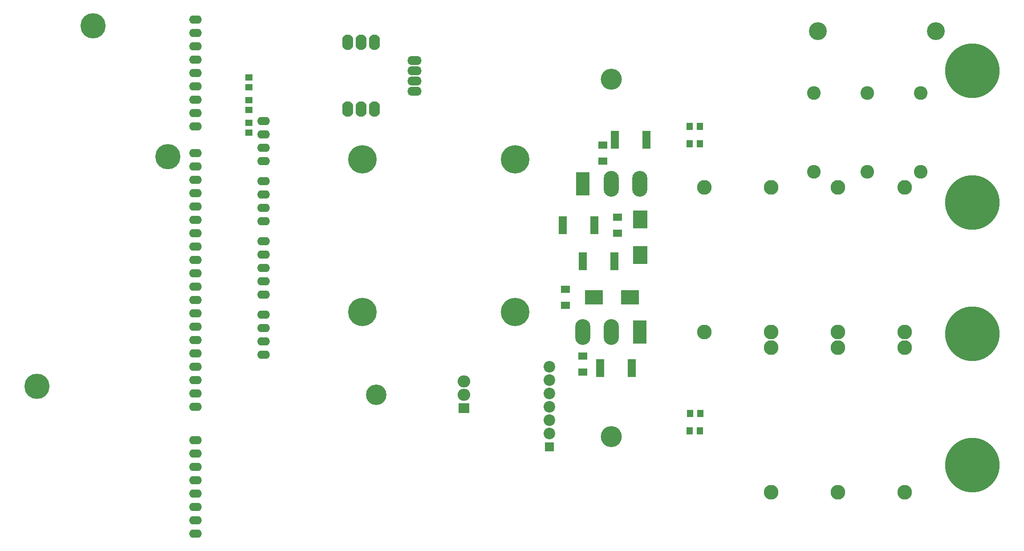
<source format=gbr>
G04 #@! TF.GenerationSoftware,KiCad,Pcbnew,(5.0.0-rc2-39-ga12b9db58)*
G04 #@! TF.CreationDate,2018-05-30T01:03:46-03:00*
G04 #@! TF.ProjectId,Mcc18,4D636331382E6B696361645F70636200,rev?*
G04 #@! TF.SameCoordinates,PX2fb84f0PY2607d70*
G04 #@! TF.FileFunction,Soldermask,Top*
G04 #@! TF.FilePolarity,Negative*
%FSLAX46Y46*%
G04 Gerber Fmt 4.6, Leading zero omitted, Abs format (unit mm)*
G04 Created by KiCad (PCBNEW (5.0.0-rc2-39-ga12b9db58)) date Wed May 30 01:03:46 2018*
%MOMM*%
%LPD*%
G01*
G04 APERTURE LIST*
%ADD10O,2.100000X2.940000*%
%ADD11O,2.700000X1.700000*%
%ADD12O,2.400000X1.600000*%
%ADD13R,1.295000X1.400000*%
%ADD14O,4.000000X4.000000*%
%ADD15R,2.500000X4.500000*%
%ADD16O,2.900000X4.900000*%
%ADD17C,2.200000*%
%ADD18R,1.800000X1.800000*%
%ADD19C,5.400000*%
%ADD20C,4.800000*%
%ADD21R,1.800000X1.395000*%
%ADD22O,2.400000X2.305000*%
%ADD23R,2.000000X1.905000*%
%ADD24O,3.900000X3.900000*%
%ADD25C,2.600000*%
%ADD26R,3.500000X2.700000*%
%ADD27R,2.700000X3.500000*%
%ADD28R,1.400000X1.295000*%
%ADD29R,1.495000X3.400000*%
%ADD30C,2.800000*%
%ADD31C,10.400000*%
%ADD32C,3.400000*%
G04 APERTURE END LIST*
D10*
G04 #@! TO.C,U1*
X73914000Y-9652000D03*
X71374000Y-9652000D03*
X76454000Y-9652000D03*
D11*
X84074000Y-18948400D03*
X84074000Y-17018000D03*
X84074000Y-15087600D03*
X84074000Y-13157200D03*
D10*
X76454000Y-22352000D03*
X71374000Y-22352000D03*
X73914000Y-22352000D03*
G04 #@! TD*
D12*
G04 #@! TO.C,U4*
X55372000Y-24638000D03*
X55372000Y-69088000D03*
X55372000Y-66548000D03*
X55372000Y-64008000D03*
X55372000Y-61468000D03*
X55372000Y-57658000D03*
X55372000Y-55118000D03*
X55372000Y-52578000D03*
X55372000Y-50038000D03*
X55372000Y-47498000D03*
X55372000Y-43688000D03*
X55372000Y-41148000D03*
X55372000Y-38608000D03*
X55372000Y-36068000D03*
X55372000Y-32258000D03*
X55372000Y-29718000D03*
X55372000Y-27178000D03*
G04 #@! TD*
D13*
G04 #@! TO.C,R101*
X136446500Y-25654000D03*
X138381500Y-25654000D03*
G04 #@! TD*
D14*
G04 #@! TO.C,Q1*
X121528000Y-84630000D03*
D15*
X126978000Y-64770000D03*
D16*
X121528000Y-64770000D03*
X116078000Y-64770000D03*
G04 #@! TD*
G04 #@! TO.C,D1*
X126978000Y-36576000D03*
X121528000Y-36576000D03*
D15*
X116078000Y-36576000D03*
D14*
X121528000Y-16716000D03*
G04 #@! TD*
D17*
G04 #@! TO.C,U2*
X109728000Y-84074000D03*
D18*
X109728000Y-86614000D03*
D17*
X109728000Y-71374000D03*
X109728000Y-81534000D03*
X109728000Y-78994000D03*
X109728000Y-73914000D03*
X109728000Y-76454000D03*
G04 #@! TD*
D19*
G04 #@! TO.C,L1*
X74168000Y-60960000D03*
X74168000Y-31877000D03*
X103251000Y-60960000D03*
X103251000Y-31877000D03*
G04 #@! TD*
D20*
G04 #@! TO.C,U5*
X12319000Y-75056000D03*
X22987000Y-6477000D03*
X37187274Y-31369000D03*
D12*
X42418000Y-5334000D03*
X42418000Y-7874000D03*
X42418000Y-10414000D03*
X42418000Y-12954000D03*
X42418000Y-15494000D03*
X42418000Y-18034000D03*
X42418000Y-20574000D03*
X42418000Y-23114000D03*
X42418000Y-25654000D03*
X42418000Y-30734000D03*
X42418000Y-33274000D03*
X42418000Y-35814000D03*
X42418000Y-38354000D03*
X42418000Y-40894000D03*
X42418000Y-43434000D03*
X42418000Y-45974000D03*
X42418000Y-48514000D03*
X42418000Y-51054000D03*
X42418000Y-53594000D03*
X42418000Y-56134000D03*
X42418000Y-58674000D03*
X42418000Y-61214000D03*
X42418000Y-63754000D03*
X42418000Y-66294000D03*
X42418000Y-68834000D03*
X42418000Y-71374000D03*
X42418000Y-73914000D03*
X42418000Y-76454000D03*
X42418000Y-78994000D03*
X42418000Y-85344000D03*
X42418000Y-87884000D03*
X42418000Y-90424000D03*
X42418000Y-92964000D03*
X42418000Y-95504000D03*
X42418000Y-98044000D03*
X42418000Y-100584000D03*
X42418000Y-103124000D03*
G04 #@! TD*
D21*
G04 #@! TO.C,Cs4*
X116078000Y-69348500D03*
X116078000Y-72383500D03*
G04 #@! TD*
G04 #@! TO.C,Cs3*
X112776000Y-56648500D03*
X112776000Y-59683500D03*
G04 #@! TD*
G04 #@! TO.C,Cs2*
X122682000Y-42932500D03*
X122682000Y-45967500D03*
G04 #@! TD*
G04 #@! TO.C,Cs1*
X119888000Y-29216500D03*
X119888000Y-32251500D03*
G04 #@! TD*
D22*
G04 #@! TO.C,U3*
X93472000Y-74168000D03*
X93472000Y-76708000D03*
D23*
X93472000Y-79248000D03*
D24*
X76812000Y-76708000D03*
G04 #@! TD*
D25*
G04 #@! TO.C,Ci2*
X170180000Y-34304000D03*
X170180000Y-19304000D03*
G04 #@! TD*
G04 #@! TO.C,Ci1*
X180340000Y-34304000D03*
X180340000Y-19304000D03*
G04 #@! TD*
G04 #@! TO.C,Ci3*
X160020000Y-34304000D03*
X160020000Y-19304000D03*
G04 #@! TD*
D26*
G04 #@! TO.C,Ds2*
X125066000Y-58166000D03*
X118266000Y-58166000D03*
G04 #@! TD*
D27*
G04 #@! TO.C,Ds1*
X127000000Y-43336000D03*
X127000000Y-50136000D03*
G04 #@! TD*
D28*
G04 #@! TO.C,L2*
X52578000Y-20622500D03*
X52578000Y-22557500D03*
G04 #@! TD*
D29*
G04 #@! TO.C,Rs4*
X125445500Y-71628000D03*
X119410500Y-71628000D03*
G04 #@! TD*
G04 #@! TO.C,Rs3*
X118333500Y-44450000D03*
X112298500Y-44450000D03*
G04 #@! TD*
G04 #@! TO.C,Rs2*
X116108500Y-51308000D03*
X122143500Y-51308000D03*
G04 #@! TD*
G04 #@! TO.C,Rs1*
X128239500Y-28194000D03*
X122204500Y-28194000D03*
G04 #@! TD*
D28*
G04 #@! TO.C,C6*
X52578000Y-24940500D03*
X52578000Y-26875500D03*
G04 #@! TD*
G04 #@! TO.C,C7*
X52578000Y-16304500D03*
X52578000Y-18239500D03*
G04 #@! TD*
D30*
G04 #@! TO.C,Co2*
X164592000Y-67750000D03*
X164592000Y-95250000D03*
G04 #@! TD*
G04 #@! TO.C,Cc1*
X177292000Y-64770000D03*
X177292000Y-37270000D03*
G04 #@! TD*
G04 #@! TO.C,Cc2*
X164592000Y-37270000D03*
X164592000Y-64770000D03*
G04 #@! TD*
G04 #@! TO.C,Cc3*
X151892000Y-64770000D03*
X151892000Y-37270000D03*
G04 #@! TD*
G04 #@! TO.C,Co1*
X177292000Y-67750000D03*
X177292000Y-95250000D03*
G04 #@! TD*
G04 #@! TO.C,Cc4*
X139192000Y-64770000D03*
X139192000Y-37270000D03*
G04 #@! TD*
G04 #@! TO.C,Co3*
X151892000Y-67750000D03*
X151892000Y-95250000D03*
G04 #@! TD*
D31*
G04 #@! TO.C,Screw4*
X190164000Y-90094000D03*
G04 #@! TD*
G04 #@! TO.C,Screw3*
X190164000Y-65094000D03*
G04 #@! TD*
G04 #@! TO.C,Screw2*
X190164000Y-40094000D03*
G04 #@! TD*
G04 #@! TO.C,Screw1*
X190164000Y-15094000D03*
G04 #@! TD*
D32*
G04 #@! TO.C,F1*
X183235600Y-7493000D03*
X160782000Y-7493000D03*
G04 #@! TD*
D13*
G04 #@! TO.C,R102*
X138381500Y-28956000D03*
X136446500Y-28956000D03*
G04 #@! TD*
G04 #@! TO.C,R103*
X136446500Y-83566000D03*
X138381500Y-83566000D03*
G04 #@! TD*
G04 #@! TO.C,R104*
X138430000Y-80264000D03*
X136495000Y-80264000D03*
G04 #@! TD*
M02*

</source>
